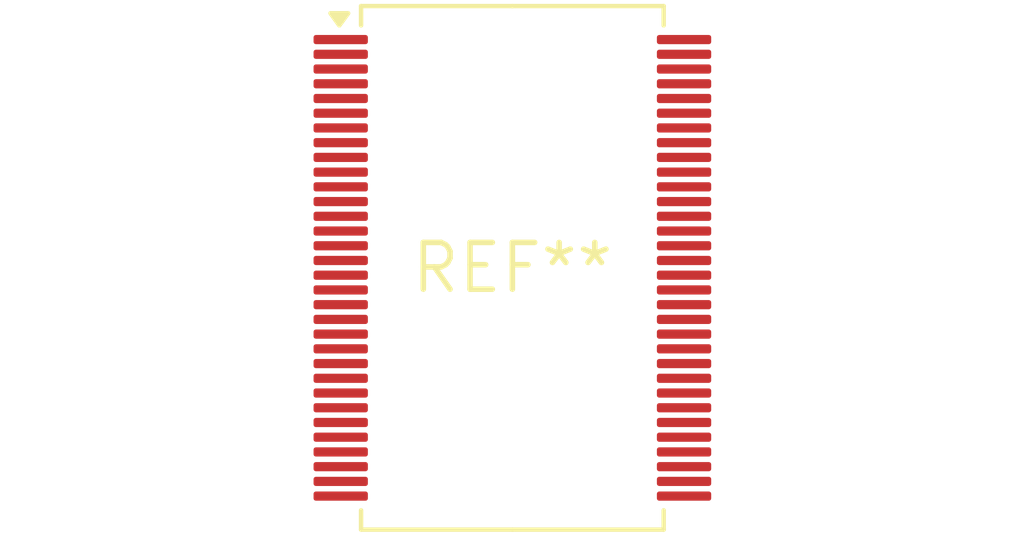
<source format=kicad_pcb>
(kicad_pcb (version 20240108) (generator pcbnew)
  (layers (0 "F.Cu" signal) (31 "B.Cu" signal) (34 "B.Paste" user) (35 "F.Paste" user) (36 "B.SilkS" user "B.Silkscreen") (37 "F.SilkS" user "F.Silkscreen") (38 "B.Mask" user) (39 "F.Mask" user) (44 "Edge.Cuts" user))
  (net 0 "")
  (footprint "TSSOP-64_8x14mm_P0.4mm" (layer "F.Cu") (at 0 0)
    (property "Reference" "REF**")
    (property "Value" "TSSOP-64_8x14mm_P0.4mm")
    (fp_line (start -4.11 -7.11) (end -4.11 -6.585) (layer "F.SilkS") (stroke (width 0.12)))
    (fp_line (start -4.11 7.11) (end -4.11 6.585) (layer "F.SilkS") (stroke (width 0.12)))
    (fp_line (start 0 -7.11) (end -4.11 -7.11) (layer "F.SilkS") (stroke (width 0.12)))
    (fp_line (start 0 -7.11) (end 4.11 -7.11) (layer "F.SilkS") (stroke (width 0.12)))
    (fp_line (start 0 7.11) (end -4.11 7.11) (layer "F.SilkS") (stroke (width 0.12)))
    (fp_line (start 0 7.11) (end 4.11 7.11) (layer "F.SilkS") (stroke (width 0.12)))
    (fp_line (start 4.11 -7.11) (end 4.11 -6.585) (layer "F.SilkS") (stroke (width 0.12)))
    (fp_line (start 4.11 7.11) (end 4.11 6.585) (layer "F.SilkS") (stroke (width 0.12)))
    (fp_poly (pts (xy -4.7 -6.585) (xy -4.94 -6.915) (xy -4.46 -6.915) (xy -4.7 -6.585)) (layer "F.SilkS") (stroke (width 0.12)) (fill solid))
    (pad "1" smd roundrect (at -4.6625 -6.2) (size 1.475 0.25) (layers "F.Cu" "F.Paste" "F.Mask"))
    (pad "2" smd roundrect (at -4.6625 -5.8) (size 1.475 0.25) (layers "F.Cu" "F.Paste" "F.Mask"))
    (pad "3" smd roundrect (at -4.6625 -5.4) (size 1.475 0.25) (layers "F.Cu" "F.Paste" "F.Mask"))
    (pad "4" smd roundrect (at -4.6625 -5) (size 1.475 0.25) (layers "F.Cu" "F.Paste" "F.Mask"))
    (pad "5" smd roundrect (at -4.6625 -4.6) (size 1.475 0.25) (layers "F.Cu" "F.Paste" "F.Mask"))
    (pad "6" smd roundrect (at -4.6625 -4.2) (size 1.475 0.25) (layers "F.Cu" "F.Paste" "F.Mask"))
    (pad "7" smd roundrect (at -4.6625 -3.8) (size 1.475 0.25) (layers "F.Cu" "F.Paste" "F.Mask"))
    (pad "8" smd roundrect (at -4.6625 -3.4) (size 1.475 0.25) (layers "F.Cu" "F.Paste" "F.Mask"))
    (pad "9" smd roundrect (at -4.6625 -3) (size 1.475 0.25) (layers "F.Cu" "F.Paste" "F.Mask"))
    (pad "10" smd roundrect (at -4.6625 -2.6) (size 1.475 0.25) (layers "F.Cu" "F.Paste" "F.Mask"))
    (pad "11" smd roundrect (at -4.6625 -2.2) (size 1.475 0.25) (layers "F.Cu" "F.Paste" "F.Mask"))
    (pad "12" smd roundrect (at -4.6625 -1.8) (size 1.475 0.25) (layers "F.Cu" "F.Paste" "F.Mask"))
    (pad "13" smd roundrect (at -4.6625 -1.4) (size 1.475 0.25) (layers "F.Cu" "F.Paste" "F.Mask"))
    (pad "14" smd roundrect (at -4.6625 -1) (size 1.475 0.25) (layers "F.Cu" "F.Paste" "F.Mask"))
    (pad "15" smd roundrect (at -4.6625 -0.6) (size 1.475 0.25) (layers "F.Cu" "F.Paste" "F.Mask"))
    (pad "16" smd roundrect (at -4.6625 -0.2) (size 1.475 0.25) (layers "F.Cu" "F.Paste" "F.Mask"))
    (pad "17" smd roundrect (at -4.6625 0.2) (size 1.475 0.25) (layers "F.Cu" "F.Paste" "F.Mask"))
    (pad "18" smd roundrect (at -4.6625 0.6) (size 1.475 0.25) (layers "F.Cu" "F.Paste" "F.Mask"))
    (pad "19" smd roundrect (at -4.6625 1) (size 1.475 0.25) (layers "F.Cu" "F.Paste" "F.Mask"))
    (pad "20" smd roundrect (at -4.6625 1.4) (size 1.475 0.25) (layers "F.Cu" "F.Paste" "F.Mask"))
    (pad "21" smd roundrect (at -4.6625 1.8) (size 1.475 0.25) (layers "F.Cu" "F.Paste" "F.Mask"))
    (pad "22" smd roundrect (at -4.6625 2.2) (size 1.475 0.25) (layers "F.Cu" "F.Paste" "F.Mask"))
    (pad "23" smd roundrect (at -4.6625 2.6) (size 1.475 0.25) (layers "F.Cu" "F.Paste" "F.Mask"))
    (pad "24" smd roundrect (at -4.6625 3) (size 1.475 0.25) (layers "F.Cu" "F.Paste" "F.Mask"))
    (pad "25" smd roundrect (at -4.6625 3.4) (size 1.475 0.25) (layers "F.Cu" "F.Paste" "F.Mask"))
    (pad "26" smd roundrect (at -4.6625 3.8) (size 1.475 0.25) (layers "F.Cu" "F.Paste" "F.Mask"))
    (pad "27" smd roundrect (at -4.6625 4.2) (size 1.475 0.25) (layers "F.Cu" "F.Paste" "F.Mask"))
    (pad "28" smd roundrect (at -4.6625 4.6) (size 1.475 0.25) (layers "F.Cu" "F.Paste" "F.Mask"))
    (pad "29" smd roundrect (at -4.6625 5) (size 1.475 0.25) (layers "F.Cu" "F.Paste" "F.Mask"))
    (pad "30" smd roundrect (at -4.6625 5.4) (size 1.475 0.25) (layers "F.Cu" "F.Paste" "F.Mask"))
    (pad "31" smd roundrect (at -4.6625 5.8) (size 1.475 0.25) (layers "F.Cu" "F.Paste" "F.Mask"))
    (pad "32" smd roundrect (at -4.6625 6.2) (size 1.475 0.25) (layers "F.Cu" "F.Paste" "F.Mask"))
    (pad "33" smd roundrect (at 4.6625 6.2) (size 1.475 0.25) (layers "F.Cu" "F.Paste" "F.Mask"))
    (pad "34" smd roundrect (at 4.6625 5.8) (size 1.475 0.25) (layers "F.Cu" "F.Paste" "F.Mask"))
    (pad "35" smd roundrect (at 4.6625 5.4) (size 1.475 0.25) (layers "F.Cu" "F.Paste" "F.Mask"))
    (pad "36" smd roundrect (at 4.6625 5) (size 1.475 0.25) (layers "F.Cu" "F.Paste" "F.Mask"))
    (pad "37" smd roundrect (at 4.6625 4.6) (size 1.475 0.25) (layers "F.Cu" "F.Paste" "F.Mask"))
    (pad "38" smd roundrect (at 4.6625 4.2) (size 1.475 0.25) (layers "F.Cu" "F.Paste" "F.Mask"))
    (pad "39" smd roundrect (at 4.6625 3.8) (size 1.475 0.25) (layers "F.Cu" "F.Paste" "F.Mask"))
    (pad "40" smd roundrect (at 4.6625 3.4) (size 1.475 0.25) (layers "F.Cu" "F.Paste" "F.Mask"))
    (pad "41" smd roundrect (at 4.6625 3) (size 1.475 0.25) (layers "F.Cu" "F.Paste" "F.Mask"))
    (pad "42" smd roundrect (at 4.6625 2.6) (size 1.475 0.25) (layers "F.Cu" "F.Paste" "F.Mask"))
    (pad "43" smd roundrect (at 4.6625 2.2) (size 1.475 0.25) (layers "F.Cu" "F.Paste" "F.Mask"))
    (pad "44" smd roundrect (at 4.6625 1.8) (size 1.475 0.25) (layers "F.Cu" "F.Paste" "F.Mask"))
    (pad "45" smd roundrect (at 4.6625 1.4) (size 1.475 0.25) (layers "F.Cu" "F.Paste" "F.Mask"))
    (pad "46" smd roundrect (at 4.6625 1) (size 1.475 0.25) (layers "F.Cu" "F.Paste" "F.Mask"))
    (pad "47" smd roundrect (at 4.6625 0.6) (size 1.475 0.25) (layers "F.Cu" "F.Paste" "F.Mask"))
    (pad "48" smd roundrect (at 4.6625 0.2) (size 1.475 0.25) (layers "F.Cu" "F.Paste" "F.Mask"))
    (pad "49" smd roundrect (at 4.6625 -0.2) (size 1.475 0.25) (layers "F.Cu" "F.Paste" "F.Mask"))
    (pad "50" smd roundrect (at 4.6625 -0.6) (size 1.475 0.25) (layers "F.Cu" "F.Paste" "F.Mask"))
    (pad "51" smd roundrect (at 4.6625 -1) (size 1.475 0.25) (layers "F.Cu" "F.Paste" "F.Mask"))
    (pad "52" smd roundrect (at 4.6625 -1.4) (size 1.475 0.25) (layers "F.Cu" "F.Paste" "F.Mask"))
    (pad "53" smd roundrect (at 4.6625 -1.8) (size 1.475 0.25) (layers "F.Cu" "F.Paste" "F.Mask"))
    (pad "54" smd roundrect (at 4.6625 -2.2) (size 1.475 0.25) (layers "F.Cu" "F.Paste" "F.Mask"))
    (pad "55" smd roundrect (at 4.6625 -2.6) (size 1.475 0.25) (layers "F.Cu" "F.Paste" "F.Mask"))
    (pad "56" smd roundrect (at 4.6625 -3) (size 1.475 0.25) (layers "F.Cu" "F.Paste" "F.Mask"))
    (pad "57" smd roundrect (at 4.6625 -3.4) (size 1.475 0.25) (layers "F.Cu" "F.Paste" "F.Mask"))
    (pad "58" smd roundrect (at 4.6625 -3.8) (size 1.475 0.25) (layers "F.Cu" "F.Paste" "F.Mask"))
    (pad "59" smd roundrect (at 4.6625 -4.2) (size 1.475 0.25) (layers "F.Cu" "F.Paste" "F.Mask"))
    (pad "60" smd roundrect (at 4.6625 -4.6) (size 1.475 0.25) (layers "F.Cu" "F.Paste" "F.Mask"))
    (pad "61" smd roundrect (at 4.6625 -5) (size 1.475 0.25) (layers "F.Cu" "F.Paste" "F.Mask"))
    (pad "62" smd roundrect (at 4.6625 -5.4) (size 1.475 0.25) (layers "F.Cu" "F.Paste" "F.Mask"))
    (pad "63" smd roundrect (at 4.6625 -5.8) (size 1.475 0.25) (layers "F.Cu" "F.Paste" "F.Mask"))
    (pad "64" smd roundrect (at 4.6625 -6.2) (size 1.475 0.25) (layers "F.Cu" "F.Paste" "F.Mask"))
  )
)
</source>
